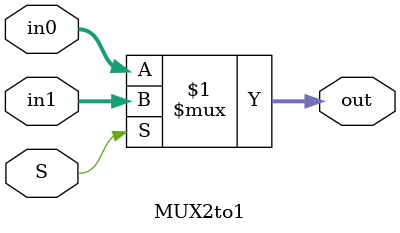
<source format=v>
module MUX2to1#(parameter n=64)(input [n-1:0] in0,in1, input S, output [n-1:0] out);
	assign out = (S)?in1:in0;
endmodule

</source>
